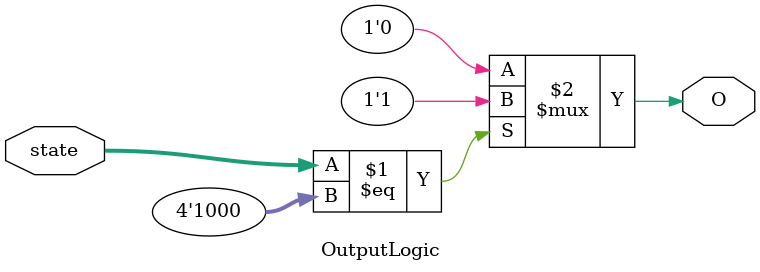
<source format=v>
module OutputLogic (
  input wire [3:0] state,
  output wire O
);

  assign O = (state == 4'b1000) ? 1'b1 : 1'b0;

endmodule

</source>
